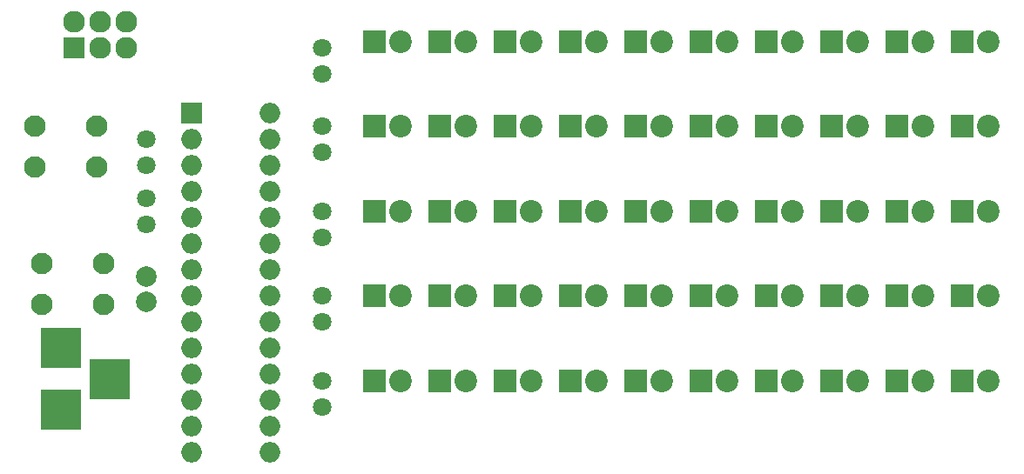
<source format=gbs>
G04 #@! TF.FileFunction,Soldermask,Bot*
%FSLAX46Y46*%
G04 Gerber Fmt 4.6, Leading zero omitted, Abs format (unit mm)*
G04 Created by KiCad (PCBNEW 4.0.6) date Wed Mar 22 15:21:32 2017*
%MOMM*%
%LPD*%
G01*
G04 APERTURE LIST*
%ADD10C,0.100000*%
%ADD11R,2.127200X2.127200*%
%ADD12O,2.127200X2.127200*%
%ADD13R,2.200000X2.200000*%
%ADD14C,2.200000*%
%ADD15R,2.000000X2.000000*%
%ADD16O,2.000000X2.000000*%
%ADD17C,2.100000*%
%ADD18C,1.797000*%
%ADD19C,2.000000*%
%ADD20R,3.900000X3.900000*%
G04 APERTURE END LIST*
D10*
D11*
X60325000Y-39370000D03*
D12*
X60325000Y-36830000D03*
X62865000Y-39370000D03*
X62865000Y-36830000D03*
X65405000Y-39370000D03*
X65405000Y-36830000D03*
D13*
X89535000Y-38735000D03*
D14*
X92075000Y-38735000D03*
D13*
X89535000Y-46990000D03*
D14*
X92075000Y-46990000D03*
D13*
X89535000Y-55245000D03*
D14*
X92075000Y-55245000D03*
D13*
X89535000Y-63500000D03*
D14*
X92075000Y-63500000D03*
D13*
X89535000Y-71755000D03*
D14*
X92075000Y-71755000D03*
D13*
X95885000Y-38735000D03*
D14*
X98425000Y-38735000D03*
D13*
X95885000Y-46990000D03*
D14*
X98425000Y-46990000D03*
D13*
X95885000Y-55245000D03*
D14*
X98425000Y-55245000D03*
D13*
X95885000Y-63500000D03*
D14*
X98425000Y-63500000D03*
D13*
X95885000Y-71755000D03*
D14*
X98425000Y-71755000D03*
D13*
X102235000Y-38735000D03*
D14*
X104775000Y-38735000D03*
D13*
X102235000Y-46990000D03*
D14*
X104775000Y-46990000D03*
D13*
X102235000Y-55245000D03*
D14*
X104775000Y-55245000D03*
D13*
X102235000Y-63500000D03*
D14*
X104775000Y-63500000D03*
D13*
X102235000Y-71755000D03*
D14*
X104775000Y-71755000D03*
D13*
X108585000Y-38735000D03*
D14*
X111125000Y-38735000D03*
D13*
X108585000Y-46990000D03*
D14*
X111125000Y-46990000D03*
D13*
X108585000Y-55245000D03*
D14*
X111125000Y-55245000D03*
D13*
X108585000Y-63500000D03*
D14*
X111125000Y-63500000D03*
D13*
X108585000Y-71755000D03*
D14*
X111125000Y-71755000D03*
D13*
X114935000Y-38735000D03*
D14*
X117475000Y-38735000D03*
D13*
X114935000Y-46990000D03*
D14*
X117475000Y-46990000D03*
D13*
X114935000Y-55245000D03*
D14*
X117475000Y-55245000D03*
D13*
X114935000Y-63500000D03*
D14*
X117475000Y-63500000D03*
D13*
X114935000Y-71755000D03*
D14*
X117475000Y-71755000D03*
D13*
X121285000Y-38735000D03*
D14*
X123825000Y-38735000D03*
D13*
X121285000Y-46990000D03*
D14*
X123825000Y-46990000D03*
D13*
X121285000Y-55245000D03*
D14*
X123825000Y-55245000D03*
D13*
X121285000Y-63500000D03*
D14*
X123825000Y-63500000D03*
D13*
X121285000Y-71755000D03*
D14*
X123825000Y-71755000D03*
D13*
X127635000Y-38735000D03*
D14*
X130175000Y-38735000D03*
D13*
X127635000Y-46990000D03*
D14*
X130175000Y-46990000D03*
D13*
X127635000Y-55245000D03*
D14*
X130175000Y-55245000D03*
D13*
X127635000Y-63500000D03*
D14*
X130175000Y-63500000D03*
D13*
X127635000Y-71755000D03*
D14*
X130175000Y-71755000D03*
D13*
X133985000Y-38735000D03*
D14*
X136525000Y-38735000D03*
D13*
X133985000Y-46990000D03*
D14*
X136525000Y-46990000D03*
D13*
X133985000Y-55245000D03*
D14*
X136525000Y-55245000D03*
D13*
X133985000Y-63500000D03*
D14*
X136525000Y-63500000D03*
D13*
X133985000Y-71755000D03*
D14*
X136525000Y-71755000D03*
D13*
X140335000Y-38735000D03*
D14*
X142875000Y-38735000D03*
D13*
X140335000Y-46990000D03*
D14*
X142875000Y-46990000D03*
D13*
X140335000Y-55245000D03*
D14*
X142875000Y-55245000D03*
D13*
X140335000Y-63500000D03*
D14*
X142875000Y-63500000D03*
D13*
X140335000Y-71755000D03*
D14*
X142875000Y-71755000D03*
D13*
X146685000Y-38735000D03*
D14*
X149225000Y-38735000D03*
D13*
X146685000Y-46990000D03*
D14*
X149225000Y-46990000D03*
D13*
X146685000Y-55245000D03*
D14*
X149225000Y-55245000D03*
D13*
X146685000Y-63500000D03*
D14*
X149225000Y-63500000D03*
D13*
X146685000Y-71755000D03*
D14*
X149225000Y-71755000D03*
D15*
X71755000Y-45720000D03*
D16*
X79375000Y-78740000D03*
X71755000Y-48260000D03*
X79375000Y-76200000D03*
X71755000Y-50800000D03*
X79375000Y-73660000D03*
X71755000Y-53340000D03*
X79375000Y-71120000D03*
X71755000Y-55880000D03*
X79375000Y-68580000D03*
X71755000Y-58420000D03*
X79375000Y-66040000D03*
X71755000Y-60960000D03*
X79375000Y-63500000D03*
X71755000Y-63500000D03*
X79375000Y-60960000D03*
X71755000Y-66040000D03*
X79375000Y-58420000D03*
X71755000Y-68580000D03*
X79375000Y-55880000D03*
X71755000Y-71120000D03*
X79375000Y-53340000D03*
X71755000Y-73660000D03*
X79375000Y-50800000D03*
X71755000Y-76200000D03*
X79375000Y-48260000D03*
X71755000Y-78740000D03*
X79375000Y-45720000D03*
D17*
X62515000Y-50990000D03*
X56515000Y-50990000D03*
X62515000Y-46990000D03*
X56515000Y-46990000D03*
X63150000Y-64325000D03*
X57150000Y-64325000D03*
X63150000Y-60325000D03*
X57150000Y-60325000D03*
D18*
X84455000Y-41910000D03*
X84455000Y-39370000D03*
X84455000Y-49530000D03*
X84455000Y-46990000D03*
X84455000Y-57785000D03*
X84455000Y-55245000D03*
X84455000Y-66040000D03*
X84455000Y-63500000D03*
X84455000Y-74295000D03*
X84455000Y-71755000D03*
X67310000Y-48260000D03*
X67310000Y-50800000D03*
X67310000Y-56515000D03*
X67310000Y-53975000D03*
D19*
X67310000Y-61595000D03*
X67310000Y-64095000D03*
D20*
X59055000Y-68580000D03*
X59055000Y-74580000D03*
X63755000Y-71580000D03*
M02*

</source>
